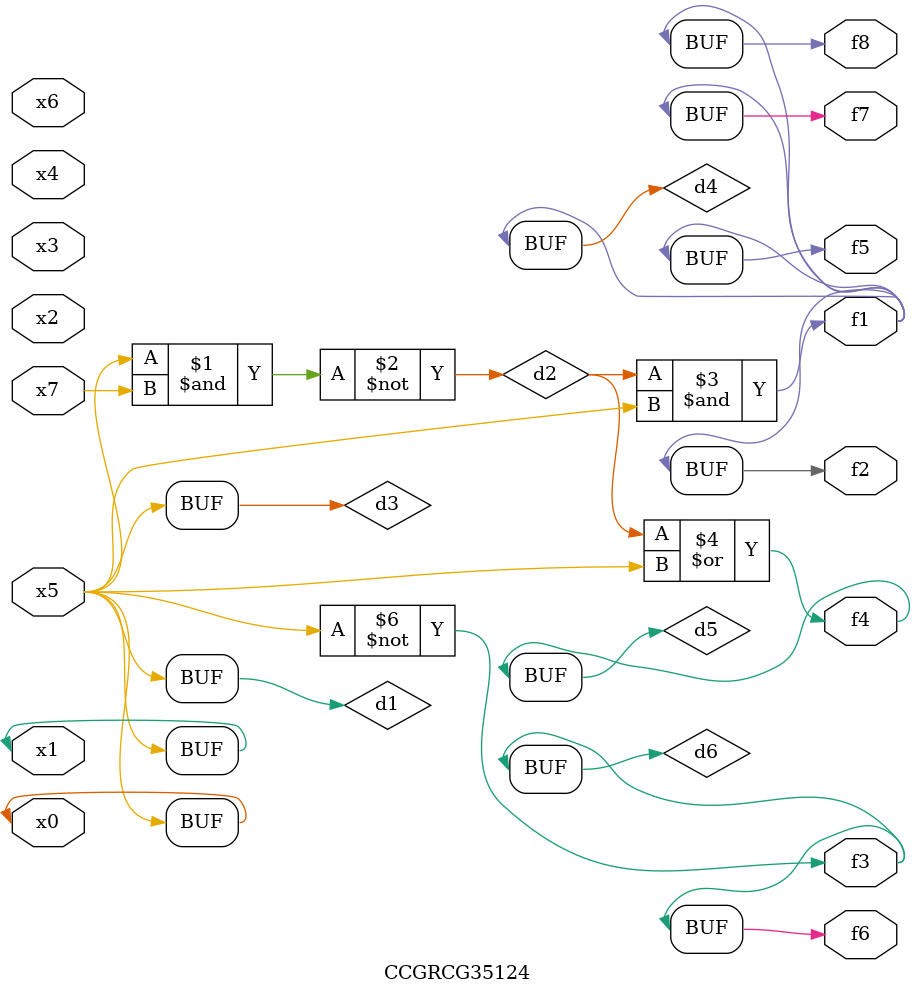
<source format=v>
module CCGRCG35124(
	input x0, x1, x2, x3, x4, x5, x6, x7,
	output f1, f2, f3, f4, f5, f6, f7, f8
);

	wire d1, d2, d3, d4, d5, d6;

	buf (d1, x0, x5);
	nand (d2, x5, x7);
	buf (d3, x0, x1);
	and (d4, d2, d3);
	or (d5, d2, d3);
	nor (d6, d1, d3);
	assign f1 = d4;
	assign f2 = d4;
	assign f3 = d6;
	assign f4 = d5;
	assign f5 = d4;
	assign f6 = d6;
	assign f7 = d4;
	assign f8 = d4;
endmodule

</source>
